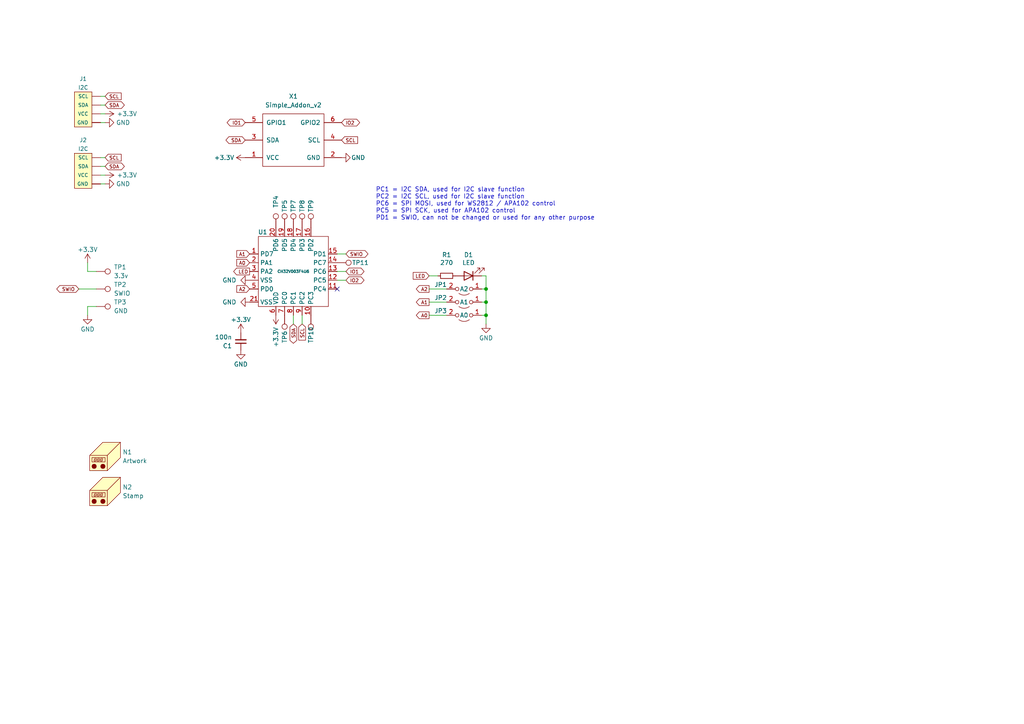
<source format=kicad_sch>
(kicad_sch (version 20231120) (generator "eeschema") (generator_version "7.99")
  (paper "A4")
  (title_block (title "QWIIC to SAO adapter") (date "2024-01-05") (rev "0.1") (company "Nicolai Electronics"))
  (lib_symbols
    (symbol "Connector:TestPoint" (pin_numbers hide) (pin_names (offset 0.762) hide)
      (property "Reference" "TP" (at 0 6.858 0))
      (property "Value" "TestPoint" (at 0 5.08 0))
      (symbol "TestPoint_0_1"
        (circle (center 0 3.302) (radius 0.762))
      )
      (symbol "TestPoint_1_1"
        (pin passive line (at 0 0 90) (length 2.54) (name "1") (number "1"))
      )
    )
    (symbol "Mechanical:Housing" (pin_names (offset 1.016))
      (property "Reference" "N" (at 3.81 0 0))
      (property "Value" "Housing" (at 3.81 -1.905 0))
      (symbol "Housing_0_1"
        (rectangle (start -5.08 -0.635) (end -1.27 -1.905))
        (circle (center -4.445 -3.175) (radius 0.635) (fill (type outline)))
        (circle (center -1.905 -3.175) (radius 0.635) (fill (type outline)))
        (polyline (pts (xy -4.5212 -1.5748) (xy -4.4704 -1.3716)))
        (polyline (pts (xy -4.4196 -1.6764) (xy -4.064 -1.6764)))
        (polyline (pts (xy -4.4196 -1.2192) (xy -4.3688 -0.9652)))
        (polyline (pts (xy -4.318 -1.3208) (xy -4.0132 -1.3208)))
        (polyline (pts (xy -4.2164 -0.9144) (xy -3.9116 -0.9144)))
        (polyline (pts (xy -3.9116 -1.6256) (xy -3.8608 -1.3716)))
        (polyline (pts (xy -3.81 -1.2192) (xy -3.7592 -0.9652)))
        (polyline (pts (xy -3.6068 -1.5748) (xy -3.556 -1.3716)))
        (polyline (pts (xy -3.5052 -1.6764) (xy -3.1496 -1.6764)))
        (polyline (pts (xy -3.5052 -1.2192) (xy -3.4544 -0.9652)))
        (polyline (pts (xy -3.4036 -1.3208) (xy -3.0988 -1.3208)))
        (polyline (pts (xy -3.302 -0.9144) (xy -2.9972 -0.9144)))
        (polyline (pts (xy -2.9972 -1.6256) (xy -2.9464 -1.3716)))
        (polyline (pts (xy -2.8956 -1.2192) (xy -2.8448 -0.9652)))
        (polyline (pts (xy -2.6924 -1.5748) (xy -2.6416 -1.3716)))
        (polyline (pts (xy -2.5908 -1.6764) (xy -2.2352 -1.6764)))
        (polyline (pts (xy -2.5908 -1.2192) (xy -2.54 -0.9652)))
        (polyline (pts (xy -2.4892 -1.3208) (xy -2.1844 -1.3208)))
        (polyline (pts (xy -2.3876 -0.9144) (xy -2.0828 -0.9144)))
        (polyline (pts (xy -2.0828 -1.6256) (xy -2.032 -1.3716)))
        (polyline (pts (xy -1.9812 -1.2192) (xy -1.9304 -0.9652)))
        (polyline (pts (xy -0.635 0) (xy -0.635 -4.445)))
        (polyline (pts (xy -5.715 0) (xy -0.635 0) (xy 3.175 3.81)))
        (polyline (pts (xy -5.715 0) (xy -5.715 -4.445) (xy -0.635 -4.445) (xy 3.175 -0.635) (xy 3.175 3.81) (xy -1.905 3.81) (xy -5.715 0)) (fill (type background)))
      )
    )
    (symbol "Simple_Addon_v2:Simple_Addon_v2" (pin_names (offset 1.016))
      (property "Reference" "X" (at 0 0 0))
      (property "Value" "Simple_Addon_v2" (at 0 20.32 0))
      (symbol "Simple_Addon_v2_0_1"
        (rectangle (start -7.62 8.89) (end 7.62 -8.89))
      )
      (symbol "Simple_Addon_v2_1_1"
        (pin input line (at -5.08 13.97 270) (length 5.08) (name "VCC") (number "1"))
        (pin input line (at -5.08 -13.97 90) (length 5.08) (name "GND") (number "2"))
        (pin input line (at 0 13.97 270) (length 5.08) (name "SDA") (number "3"))
        (pin input line (at 0 -13.97 90) (length 5.08) (name "SCL") (number "4"))
        (pin input line (at 5.08 13.97 270) (length 5.08) (name "GPIO1") (number "5"))
        (pin input line (at 5.08 -13.97 90) (length 5.08) (name "GPIO2") (number "6"))
      )
    )
    (symbol "ch32v003:CH32V003F4U6"
      (property "Reference" "U" (at 2.54 -22.86 0))
      (property "Value" "CH32V003F4U6" (at 0 0 0))
      (symbol "CH32V003F4U6_0_1"
        (rectangle (start -10.16 10.16) (end 10.16 -10.16))
      )
      (symbol "CH32V003F4U6_1_1"
        (pin bidirectional line (at -12.7 5.08 0) (length 2.54) (name "PD7") (number "1"))
        (pin bidirectional line (at 5.08 -12.7 90) (length 2.54) (name "PC3") (number "10"))
        (pin bidirectional line (at 12.7 -5.08 180) (length 2.54) (name "PC4") (number "11"))
        (pin bidirectional line (at 12.7 -2.54 180) (length 2.54) (name "PC5") (number "12"))
        (pin bidirectional line (at 12.7 0 180) (length 2.54) (name "PC6") (number "13"))
        (pin bidirectional line (at 12.7 2.54 180) (length 2.54) (name "PC7") (number "14"))
        (pin bidirectional line (at 12.7 5.08 180) (length 2.54) (name "PD1") (number "15"))
        (pin bidirectional line (at 5.08 12.7 270) (length 2.54) (name "PD2") (number "16"))
        (pin bidirectional line (at 2.54 12.7 270) (length 2.54) (name "PD3") (number "17"))
        (pin bidirectional line (at 0 12.7 270) (length 2.54) (name "PD4") (number "18"))
        (pin bidirectional line (at -2.54 12.7 270) (length 2.54) (name "PD5") (number "19"))
        (pin bidirectional line (at -12.7 2.54 0) (length 2.54) (name "PA1") (number "2"))
        (pin bidirectional line (at -5.08 12.7 270) (length 2.54) (name "PD6") (number "20"))
        (pin power_in line (at -12.7 -8.89 0) (length 2.54) (name "VSS") (number "21"))
        (pin bidirectional line (at -12.7 0 0) (length 2.54) (name "PA2") (number "3"))
        (pin power_in line (at -12.7 -2.54 0) (length 2.54) (name "VSS") (number "4"))
        (pin bidirectional line (at -12.7 -5.08 0) (length 2.54) (name "PD0") (number "5"))
        (pin power_in line (at -5.08 -12.7 90) (length 2.54) (name "VDD") (number "6"))
        (pin bidirectional line (at -2.54 -12.7 90) (length 2.54) (name "PC0") (number "7"))
        (pin bidirectional line (at 0 -12.7 90) (length 2.54) (name "PC1") (number "8"))
        (pin bidirectional line (at 2.54 -12.7 90) (length 2.54) (name "PC2") (number "9"))
      )
    )
    (symbol "power:+3.3V" (power) (pin_names (offset 0))
      (property "Value" "+3.3V" (at 0 3.556 0))
      (symbol "+3.3V_0_1"
        (polyline (pts (xy -0.762 1.27) (xy 0 2.54)))
        (polyline (pts (xy 0 0) (xy 0 2.54)))
        (polyline (pts (xy 0 2.54) (xy 0.762 1.27)))
      )
      (symbol "+3.3V_1_1"
        (pin power_in line (at 0 0 90) (length 0) hide (name "+3.3V") (number "1"))
      )
    )
    (symbol "power:GND" (power) (pin_names (offset 0))
      (property "Value" "GND" (at 0 -3.81 0))
      (symbol "GND_0_1"
        (polyline (pts (xy 0 0) (xy 0 -1.27) (xy 1.27 -1.27) (xy 0 -2.54) (xy -1.27 -1.27) (xy 0 -1.27)))
      )
      (symbol "GND_1_1"
        (pin power_in line (at 0 0 270) (length 0) hide (name "GND") (number "1"))
      )
    )
    (symbol "vfd:C_Small" (pin_numbers hide) (pin_names (offset 0.254) hide)
      (property "Reference" "C" (at 0.254 1.778 0))
      (property "Value" "C_Small" (at 0.254 -2.032 0))
      (symbol "C_Small_0_1"
        (polyline (pts (xy -1.524 -0.508) (xy 1.524 -0.508)) (stroke (width 0.3302)))
        (polyline (pts (xy -1.524 0.508) (xy 1.524 0.508)) (stroke (width 0.3048)))
      )
      (symbol "C_Small_1_1"
        (pin passive line (at 0 2.54 270) (length 2.032) (name "~") (number "1"))
        (pin passive line (at 0 -2.54 90) (length 2.032) (name "~") (number "2"))
      )
    )
    (symbol "vfd:Jumper_2_Open" (pin_names (offset 0) hide)
      (property "Reference" "JP" (at 0 2.794 0))
      (property "Value" "Jumper_2_Open" (at 0 -2.286 0))
      (symbol "Jumper_2_Open_0_0"
        (circle (center -2.032 0) (radius 0.508))
        (circle (center 2.032 0) (radius 0.508))
      )
      (symbol "Jumper_2_Open_0_1"
        (arc (start 1.524 1.27) (mid 0 1.778) (end -1.524 1.27))
      )
      (symbol "Jumper_2_Open_1_1"
        (pin passive line (at -5.08 0 0) (length 2.54) (name "A") (number "1"))
        (pin passive line (at 5.08 0 180) (length 2.54) (name "B") (number "2"))
      )
    )
    (symbol "vfd:LED" (pin_numbers hide) (pin_names (offset 1.016) hide)
      (property "Reference" "D" (at 0 2.54 0))
      (property "Value" "LED" (at 0 -2.54 0))
      (symbol "LED_0_1"
        (polyline (pts (xy -1.27 -1.27) (xy -1.27 1.27)) (stroke (width 0.254)))
        (polyline (pts (xy -1.27 0) (xy 1.27 0)))
        (polyline (pts (xy 1.27 -1.27) (xy 1.27 1.27) (xy -1.27 0) (xy 1.27 -1.27)) (stroke (width 0.254)))
        (polyline (pts (xy -3.048 -0.762) (xy -4.572 -2.286) (xy -3.81 -2.286) (xy -4.572 -2.286) (xy -4.572 -1.524)))
        (polyline (pts (xy -1.778 -0.762) (xy -3.302 -2.286) (xy -2.54 -2.286) (xy -3.302 -2.286) (xy -3.302 -1.524)))
      )
      (symbol "LED_1_1"
        (pin passive line (at -3.81 0 0) (length 2.54) (name "K") (number "1"))
        (pin passive line (at 3.81 0 180) (length 2.54) (name "A") (number "2"))
      )
    )
    (symbol "vfd:R_Small" (pin_numbers hide) (pin_names (offset 0.254) hide)
      (property "Reference" "R" (at 0.762 0.508 0))
      (property "Value" "R_Small" (at 0.762 -1.016 0))
      (symbol "R_Small_0_1"
        (rectangle (start -0.762 1.778) (end 0.762 -1.778) (stroke (width 0.2032)))
      )
      (symbol "R_Small_1_1"
        (pin passive line (at 0 2.54 270) (length 0.762) (name "~") (number "1"))
        (pin passive line (at 0 -2.54 90) (length 0.762) (name "~") (number "2"))
      )
    )
    (symbol "vfd:qwiic" (pin_numbers hide) (pin_names (offset 1.016))
      (property "Reference" "J3" (at -3.81 10.16 0))
      (property "Value" "I2C" (at -10.16 3.81 90))
      (property "Field4" "CONN-13694" (at -7.62 3.81 90))
      (symbol "qwiic_1_0"
        (rectangle (start 0 -1.27) (end -5.08 8.89) (fill (type background)))
      )
      (symbol "qwiic_1_1"
        (pin power_in line (at 2.54 0 180) (length 2.54) (name "GND") (number "1"))
        (pin power_in line (at 2.54 2.54 180) (length 2.54) (name "VCC") (number "2"))
        (pin passive line (at 2.54 5.08 180) (length 2.54) (name "SDA") (number "3"))
        (pin passive line (at 2.54 7.62 180) (length 2.54) (name "SCL") (number "4"))
        (pin power_in line (at 2.54 0 180) (length 2.54) (name "~") (number "5"))
        (pin power_in line (at 2.54 0 180) (length 2.54) (name "~") (number "6"))
      )
    )
  )
  (junction (at 140.97 87.63))
  (junction (at 140.97 83.82))
  (junction (at 140.97 91.44))
  (no_connect (at 97.79 83.82))
  (wire (pts (xy 124.46 80.01) (xy 127 80.01)))
  (wire (pts (xy 139.7 87.63) (xy 140.97 87.63)))
  (wire (pts (xy 97.79 78.74) (xy 100.33 78.74)))
  (wire (pts (xy 85.09 91.44) (xy 85.09 93.98)))
  (wire (pts (xy 29.21 45.72) (xy 30.48 45.72)))
  (wire (pts (xy 25.4 78.74) (xy 27.94 78.74)))
  (wire (pts (xy 87.63 91.44) (xy 87.63 93.98)))
  (wire (pts (xy 124.46 83.82) (xy 129.54 83.82)))
  (wire (pts (xy 140.97 80.01) (xy 139.7 80.01)))
  (wire (pts (xy 29.21 27.94) (xy 30.48 27.94)))
  (wire (pts (xy 29.21 30.48) (xy 30.48 30.48)))
  (wire (pts (xy 27.94 88.9) (xy 25.4 88.9)))
  (wire (pts (xy 29.21 48.26) (xy 30.48 48.26)))
  (wire (pts (xy 124.46 87.63) (xy 129.54 87.63)))
  (wire (pts (xy 29.21 53.34) (xy 30.48 53.34)))
  (wire (pts (xy 25.4 88.9) (xy 25.4 91.44)))
  (wire (pts (xy 140.97 91.44) (xy 140.97 93.98)))
  (wire (pts (xy 139.7 91.44) (xy 140.97 91.44)))
  (wire (pts (xy 97.79 73.66) (xy 100.33 73.66)))
  (wire (pts (xy 29.21 50.8) (xy 30.48 50.8)))
  (wire (pts (xy 29.21 35.56) (xy 30.48 35.56)))
  (wire (pts (xy 139.7 83.82) (xy 140.97 83.82)))
  (wire (pts (xy 25.4 76.2) (xy 25.4 78.74)))
  (wire (pts (xy 22.86 83.82) (xy 27.94 83.82)))
  (wire (pts (xy 124.46 91.44) (xy 129.54 91.44)))
  (wire (pts (xy 140.97 87.63) (xy 140.97 91.44)))
  (wire (pts (xy 140.97 83.82) (xy 140.97 80.01)))
  (wire (pts (xy 29.21 33.02) (xy 30.48 33.02)))
  (wire (pts (xy 140.97 83.82) (xy 140.97 87.63)))
  (wire (pts (xy 97.79 81.28) (xy 100.33 81.28)))
  (text "PC1 = I2C SDA, used for I2C slave function\nPC2 = I2C SCL, used for I2C slave function\nPC6 = SPI MOSI, used for WS2812 / APA102 control \nPC5 = SPI SCK, used for APA102 control\nPD1 = SWIO, can not be changed or used for any other purpose" (at 108.966 59.182 0) (effects (font (size 1.27 1.27)) (justify left)))
  (global_label "SDA" (shape bidirectional) (at 71.12 40.64 180) (effects (font (size 1 1))) (property "Intersheetrefs" "${INTERSHEET_REFS}" (effects (hide yes))))
  (global_label "SCL" (shape input) (at 87.63 93.98 270) (effects (font (size 1 1))) (property "Intersheetrefs" "${INTERSHEET_REFS}" (effects (hide yes))))
  (global_label "SDA" (shape bidirectional) (at 85.09 93.98 270) (effects (font (size 1 1))) (property "Intersheetrefs" "${INTERSHEET_REFS}" (effects (hide yes))))
  (global_label "SCL" (shape input) (at 30.48 45.72 0) (effects (font (size 1 1))) (property "Intersheetrefs" "${INTERSHEET_REFS}" (effects (hide yes))))
  (global_label "A0" (shape output) (at 124.46 91.44 180) (effects (font (size 1 1))) (property "Intersheetrefs" "${INTERSHEET_REFS}" (effects (hide yes))))
  (global_label "SCL" (shape input) (at 99.06 40.64 0) (effects (font (size 1 1))) (property "Intersheetrefs" "${INTERSHEET_REFS}" (effects (hide yes))))
  (global_label "A2" (shape output) (at 124.46 83.82 180) (effects (font (size 1 1))) (property "Intersheetrefs" "${INTERSHEET_REFS}" (effects (hide yes))))
  (global_label "A0" (shape input) (at 72.39 76.2 180) (effects (font (size 1 1))) (property "Intersheetrefs" "${INTERSHEET_REFS}" (effects (hide yes))))
  (global_label "SWIO" (shape bidirectional) (at 22.86 83.82 180) (effects (font (size 1 1))) (property "Intersheetrefs" "${INTERSHEET_REFS}" (effects (hide yes))))
  (global_label "SCL" (shape input) (at 30.48 27.94 0) (effects (font (size 1 1))) (property "Intersheetrefs" "${INTERSHEET_REFS}" (effects (hide yes))))
  (global_label "LED" (shape output) (at 72.39 78.74 180) (effects (font (size 1 1))) (property "Intersheetrefs" "${INTERSHEET_REFS}" (effects (hide yes))))
  (global_label "LED" (shape input) (at 124.46 80.01 180) (effects (font (size 1 1))) (property "Intersheetrefs" "${INTERSHEET_REFS}" (effects (hide yes))))
  (global_label "SWIO" (shape bidirectional) (at 100.33 73.66 0) (effects (font (size 1 1))) (property "Intersheetrefs" "${INTERSHEET_REFS}" (effects (hide yes))))
  (global_label "IO2" (shape bidirectional) (at 100.33 81.28 0) (effects (font (size 1 1))) (property "Intersheetrefs" "${INTERSHEET_REFS}" (effects (hide yes))))
  (global_label "A1" (shape input) (at 72.39 73.66 180) (effects (font (size 1 1))) (property "Intersheetrefs" "${INTERSHEET_REFS}" (effects (hide yes))))
  (global_label "IO1" (shape bidirectional) (at 71.12 35.56 180) (effects (font (size 1 1))) (property "Intersheetrefs" "${INTERSHEET_REFS}" (effects (hide yes))))
  (global_label "A1" (shape output) (at 124.46 87.63 180) (effects (font (size 1 1))) (property "Intersheetrefs" "${INTERSHEET_REFS}" (effects (hide yes))))
  (global_label "SDA" (shape bidirectional) (at 30.48 48.26 0) (effects (font (size 1 1))) (property "Intersheetrefs" "${INTERSHEET_REFS}" (effects (hide yes))))
  (global_label "A2" (shape input) (at 72.39 83.82 180) (effects (font (size 1 1))) (property "Intersheetrefs" "${INTERSHEET_REFS}" (effects (hide yes))))
  (global_label "IO2" (shape bidirectional) (at 99.06 35.56 0) (effects (font (size 1 1))) (property "Intersheetrefs" "${INTERSHEET_REFS}" (effects (hide yes))))
  (global_label "IO1" (shape bidirectional) (at 100.33 78.74 0) (effects (font (size 1 1))) (property "Intersheetrefs" "${INTERSHEET_REFS}" (effects (hide yes))))
  (global_label "SDA" (shape bidirectional) (at 30.48 30.48 0) (effects (font (size 1 1))) (property "Intersheetrefs" "${INTERSHEET_REFS}" (effects (hide yes))))
  (symbol (lib_id "vfd:qwiic") (at 26.67 53.34 0) (unit 1)
    (property "Reference" "J2" (at 24.13 40.64 0) (effects (font (size 1.143 1.143))))
    (property "Value" "I2C" (at 24.13 43.18 0) (effects (font (size 1.143 1.143))))
    (property "Footprint" "custom:1X04_1MM_RA_GND" (effects (hide yes)))
    (property "Datasheet" "https://datasheet.lcsc.com/lcsc/1811151533_JST-Sales-America-SM04B-SRSS-TB-LF-SN_C160404.pdf" (effects (hide yes)))
    (property "LCSC" "C160404" (effects (hide yes)))
  )
  (symbol (lib_id "power:GND") (at 99.06 45.72 90) (unit 1)
    (property "Reference" "#PWR013" (effects (hide yes)))
    (property "Value" "GND" (at 103.886 45.72 90))
  )
  (symbol (lib_id "Connector:TestPoint") (at 27.94 83.82 270) (unit 1)
    (property "Reference" "TP2" (at 33.02 82.5499 90) (effects (justify left)))
    (property "Value" "SWIO" (at 33.02 85.0899 90) (effects (justify left)))
    (property "Footprint" "TestPoint:TestPoint_Pad_D2.0mm" (effects (hide yes)))
    (property "Description" "test point" (effects (hide yes)))
    (property "LCSC" "-" (effects (hide yes)))
  )
  (symbol (lib_id "Connector:TestPoint") (at 97.79 76.2 270) (unit 1)
    (property "Reference" "TP11" (at 102.108 76.2 90) (effects (justify left)))
    (property "Value" "14" (effects (hide yes)))
    (property "Footprint" "TestPoint:TestPoint_Pad_D2.0mm" (effects (hide yes)))
    (property "Description" "test point" (effects (hide yes)))
    (property "LCSC" "-" (effects (hide yes)))
  )
  (symbol (lib_id "vfd:qwiic") (at 26.67 35.56 0) (unit 1)
    (property "Reference" "J1" (at 24.13 22.86 0) (effects (font (size 1.143 1.143))))
    (property "Value" "I2C" (at 24.13 25.4 0) (effects (font (size 1.143 1.143))))
    (property "Footprint" "custom:1X04_1MM_RA_GND" (effects (hide yes)))
    (property "Datasheet" "https://datasheet.lcsc.com/lcsc/1811151533_JST-Sales-America-SM04B-SRSS-TB-LF-SN_C160404.pdf" (effects (hide yes)))
    (property "LCSC" "C160404" (effects (hide yes)))
  )
  (symbol (lib_id "vfd:Jumper_2_Open") (at 134.62 83.82 180) (unit 1)
    (property "Reference" "JP1" (at 125.984 82.55 0) (effects (justify right)))
    (property "Value" "A2" (at 133.35 83.82 0) (effects (justify right)))
    (property "Footprint" "Jumper:SolderJumper-2_P1.3mm_Open_TrianglePad1.0x1.5mm" (effects (hide yes)))
    (property "Description" "Jumper, 2-pole, open" (effects (hide yes)))
    (property "LCSC" "-" (effects (hide yes)))
  )
  (symbol (lib_id "power:+3.3V") (at 69.85 96.52 0) (unit 1)
    (property "Reference" "#PWR07" (effects (hide yes)))
    (property "Value" "+3.3V" (at 69.85 92.71 0))
  )
  (symbol (lib_id "power:+3.3V") (at 80.01 91.44 180) (unit 1)
    (property "Reference" "#PWR012" (effects (hide yes)))
    (property "Value" "+3.3V" (at 80.01 97.79 90))
  )
  (symbol (lib_id "power:GND") (at 140.97 93.98 0) (unit 1)
    (property "Reference" "#PWR014" (effects (hide yes)))
    (property "Value" "GND" (at 140.97 98.044 0))
  )
  (symbol (lib_id "power:GND") (at 72.39 81.28 270) (unit 1)
    (property "Reference" "#PWR010" (effects (hide yes)))
    (property "Value" "GND" (at 68.58 81.28 90) (effects (justify right)))
  )
  (symbol (lib_id "Mechanical:Housing") (at 31.75 132.08 0) (unit 1)
    (property "Reference" "N1" (at 35.56 131.1274 0) (effects (justify left)))
    (property "Value" "Artwork" (at 35.56 133.6674 0) (effects (justify left)))
    (property "Footprint" "artwork:artwork" (effects (hide yes)))
    (property "Description" "Housing" (effects (hide yes)))
    (property "LCSC" "-" (effects (hide yes)))
  )
  (symbol (lib_id "Connector:TestPoint") (at 87.63 66.04 0) (unit 1)
    (property "Reference" "TP8" (at 87.63 57.912 90) (effects (justify right)))
    (property "Footprint" "TestPoint:TestPoint_Pad_D2.0mm" (effects (hide yes)))
    (property "Description" "test point" (effects (hide yes)))
    (property "LCSC" "-" (effects (hide yes)))
  )
  (symbol (lib_id "Connector:TestPoint") (at 27.94 78.74 270) (unit 1)
    (property "Reference" "TP1" (at 33.02 77.4699 90) (effects (justify left)))
    (property "Value" "3.3v" (at 33.02 80.0099 90) (effects (justify left)))
    (property "Footprint" "TestPoint:TestPoint_Pad_D2.0mm" (effects (hide yes)))
    (property "Description" "test point" (effects (hide yes)))
    (property "LCSC" "-" (effects (hide yes)))
  )
  (symbol (lib_id "power:GND") (at 30.48 53.34 90) (unit 1)
    (property "Reference" "#PWR06" (effects (hide yes)))
    (property "Value" "GND" (at 33.655 53.34 90) (effects (justify right)))
  )
  (symbol (lib_id "power:+3.3V") (at 30.48 33.02 270) (unit 1)
    (property "Reference" "#PWR03" (effects (hide yes)))
    (property "Value" "+3.3V" (at 36.83 33.02 90))
  )
  (symbol (lib_id "Mechanical:Housing") (at 31.75 142.24 0) (unit 1)
    (property "Reference" "N2" (at 35.56 141.2874 0) (effects (justify left)))
    (property "Value" "Stamp" (at 35.56 143.8274 0) (effects (justify left)))
    (property "Footprint" "artwork:stamp" (effects (hide yes)))
    (property "Description" "Housing" (effects (hide yes)))
    (property "LCSC" "-" (effects (hide yes)))
  )
  (symbol (lib_id "Connector:TestPoint") (at 80.01 66.04 0) (unit 1)
    (property "Reference" "TP4" (at 80.01 56.642 90) (effects (justify right)))
    (property "Footprint" "TestPoint:TestPoint_Pad_D2.0mm" (effects (hide yes)))
    (property "Description" "test point" (effects (hide yes)))
    (property "LCSC" "-" (effects (hide yes)))
  )
  (symbol (lib_id "Connector:TestPoint") (at 82.55 91.44 180) (unit 1)
    (property "Reference" "TP6" (at 82.55 99.568 90) (effects (justify right)))
    (property "Footprint" "TestPoint:TestPoint_Pad_D1.0mm" (effects (hide yes)))
    (property "Description" "test point" (effects (hide yes)))
    (property "LCSC" "-" (effects (hide yes)))
  )
  (symbol (lib_id "vfd:R_Small") (at 129.54 80.01 270) (mirror x) (unit 1)
    (property "Reference" "R1" (at 129.54 73.914 90))
    (property "Value" "270" (at 129.54 76.2 90))
    (property "Footprint" "Resistor_SMD:R_0402_1005Metric" (effects (hide yes)))
    (property "LCSC" "C22966" (effects (hide yes)))
  )
  (symbol (lib_id "vfd:LED") (at 135.89 80.01 180) (unit 1)
    (property "Reference" "D1" (at 135.89 73.914 0))
    (property "Value" "LED" (at 135.89 76.2 0))
    (property "Footprint" "LED_SMD:LED_0603_1608Metric" (effects (hide yes)))
    (property "Description" "Light emitting diode" (effects (hide yes)))
    (property "LCSC" "C264473" (effects (hide yes)))
  )
  (symbol (lib_id "power:GND") (at 30.48 35.56 90) (unit 1)
    (property "Reference" "#PWR04" (effects (hide yes)))
    (property "Value" "GND" (at 33.655 35.56 90) (effects (justify right)))
  )
  (symbol (lib_id "power:GND") (at 69.85 101.6 0) (unit 1)
    (property "Reference" "#PWR08" (effects (hide yes)))
    (property "Value" "GND" (at 69.85 105.664 0))
  )
  (symbol (lib_id "power:+3.3V") (at 71.12 45.72 90) (unit 1)
    (property "Reference" "#PWR09" (effects (hide yes)))
    (property "Value" "+3.3V" (at 65.024 45.72 90))
  )
  (symbol (lib_id "vfd:C_Small") (at 69.85 99.06 180) (unit 1)
    (property "Reference" "C1" (at 67.31 100.3237 0) (effects (justify left)))
    (property "Value" "100n" (at 67.31 97.7837 0) (effects (justify left)))
    (property "Footprint" "Capacitor_SMD:C_0402_1005Metric" (effects (hide yes)))
  )
  (symbol (lib_id "power:GND") (at 72.39 87.63 270) (unit 1)
    (property "Reference" "#PWR011" (effects (hide yes)))
    (property "Value" "GND" (at 68.58 87.63 90) (effects (justify right)))
  )
  (symbol (lib_id "Connector:TestPoint") (at 90.17 91.44 180) (unit 1)
    (property "Reference" "TP10" (at 90.17 99.568 90) (effects (justify right)))
    (property "Footprint" "TestPoint:TestPoint_Pad_D1.0mm" (effects (hide yes)))
    (property "Description" "test point" (effects (hide yes)))
    (property "LCSC" "-" (effects (hide yes)))
  )
  (symbol (lib_id "vfd:Jumper_2_Open") (at 134.62 91.44 180) (unit 1)
    (property "Reference" "JP3" (at 125.984 90.17 0) (effects (justify right)))
    (property "Value" "A0" (at 133.35 91.44 0) (effects (justify right)))
    (property "Footprint" "Jumper:SolderJumper-2_P1.3mm_Open_TrianglePad1.0x1.5mm" (effects (hide yes)))
    (property "Description" "Jumper, 2-pole, open" (effects (hide yes)))
    (property "LCSC" "-" (effects (hide yes)))
  )
  (symbol (lib_id "Connector:TestPoint") (at 82.55 66.04 0) (unit 1)
    (property "Reference" "TP5" (at 82.55 57.912 90) (effects (justify right)))
    (property "Footprint" "TestPoint:TestPoint_Pad_D2.0mm" (effects (hide yes)))
    (property "Description" "test point" (effects (hide yes)))
    (property "LCSC" "-" (effects (hide yes)))
  )
  (symbol (lib_id "Simple_Addon_v2:Simple_Addon_v2") (at 85.09 40.64 90) (unit 1)
    (property "Reference" "X1" (at 85.09 27.94 90))
    (property "Value" "Simple_Addon_v2" (at 85.09 30.48 90))
    (property "Footprint" "Simple_Addon_v2:Simple_Addon_v2-BADGE-2x3" (effects (hide yes)))
    (property "LCSC" "-" (effects (hide yes)))
  )
  (symbol (lib_id "power:GND") (at 25.4 91.44 0) (unit 1)
    (property "Reference" "#PWR02" (effects (hide yes)))
    (property "Value" "GND" (at 25.4 95.504 0))
  )
  (symbol (lib_id "power:+3.3V") (at 30.48 50.8 270) (unit 1)
    (property "Reference" "#PWR05" (effects (hide yes)))
    (property "Value" "+3.3V" (at 36.83 50.8 90))
  )
  (symbol (lib_id "power:+3.3V") (at 25.4 76.2 0) (unit 1)
    (property "Reference" "#PWR01" (effects (hide yes)))
    (property "Value" "+3.3V" (at 25.4 72.39 0))
  )
  (symbol (lib_id "Connector:TestPoint") (at 85.09 66.04 0) (unit 1)
    (property "Reference" "TP7" (at 85.09 57.912 90) (effects (justify right)))
    (property "Footprint" "TestPoint:TestPoint_Pad_D2.0mm" (effects (hide yes)))
    (property "Description" "test point" (effects (hide yes)))
    (property "LCSC" "-" (effects (hide yes)))
  )
  (symbol (lib_id "ch32v003:CH32V003F4U6") (at 85.09 78.74 0) (unit 1)
    (property "Reference" "U1" (at 76.2 67.31 0))
    (property "Value" "CH32V003F4U6" (at 85.09 78.74 0) (effects (font (size 0.8 0.8))))
    (property "Footprint" "Package_DFN_QFN:QFN-20-1EP_3x3mm_P0.4mm_EP1.65x1.65mm" (effects (hide yes)))
    (property "LCSC" "C5299908" (effects (hide yes)))
  )
  (symbol (lib_id "Connector:TestPoint") (at 90.17 66.04 0) (unit 1)
    (property "Reference" "TP9" (at 90.17 57.912 90) (effects (justify right)))
    (property "Footprint" "TestPoint:TestPoint_Pad_D2.0mm" (effects (hide yes)))
    (property "Description" "test point" (effects (hide yes)))
    (property "LCSC" "-" (effects (hide yes)))
  )
  (symbol (lib_id "vfd:Jumper_2_Open") (at 134.62 87.63 180) (unit 1)
    (property "Reference" "JP2" (at 125.984 86.36 0) (effects (justify right)))
    (property "Value" "A1" (at 133.35 87.63 0) (effects (justify right)))
    (property "Footprint" "Jumper:SolderJumper-2_P1.3mm_Open_TrianglePad1.0x1.5mm" (effects (hide yes)))
    (property "Description" "Jumper, 2-pole, open" (effects (hide yes)))
    (property "LCSC" "-" (effects (hide yes)))
  )
  (symbol (lib_id "Connector:TestPoint") (at 27.94 88.9 270) (unit 1)
    (property "Reference" "TP3" (at 33.02 87.6299 90) (effects (justify left)))
    (property "Value" "GND" (at 33.02 90.1699 90) (effects (justify left)))
    (property "Footprint" "TestPoint:TestPoint_Pad_D2.0mm" (effects (hide yes)))
    (property "Description" "test point" (effects (hide yes)))
    (property "LCSC" "-" (effects (hide yes)))
  )
)
</source>
